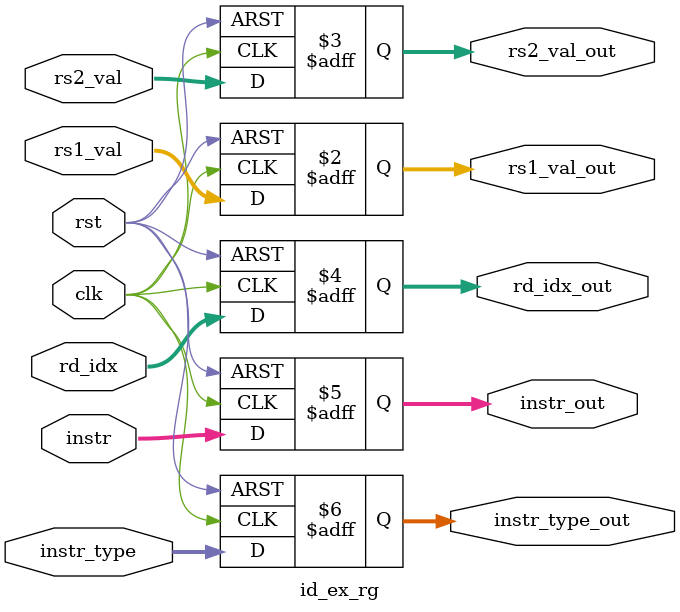
<source format=sv>
module id_ex_rg (
    input  logic        clk, 
    input  logic        rst,
    input  logic [31:0] rs1_val,
    input  logic [31:0] rs2_val,
    input  logic [4:0]  rd_idx,
    input  logic [31:0] instr,
    input  logic [3:0]  instr_type,

    output logic [31:0] rs1_val_out,
    output logic [31:0] rs2_val_out,
    output logic [4:0]  rd_idx_out,
    output  logic [31:0] instr_out,
    output  logic [3:0]  instr_type_out
);
    always_ff @(posedge clk or posedge rst) begin
        if (rst) begin
            rs1_val_out   <= 32'b0;
            rs2_val_out   <= 32'b0;
            rd_idx_out    <= 5'b0;
            instr_type_out  <= 4'b0;
            instr_out       <= 32'b0;
        end else begin
            rs1_val_out   <= rs1_val;
            rs2_val_out   <= rs2_val;
            rd_idx_out    <= rd_idx;
            instr_type_out<= instr_type;
            instr_out     <= instr;
        end
    end
endmodule
</source>
